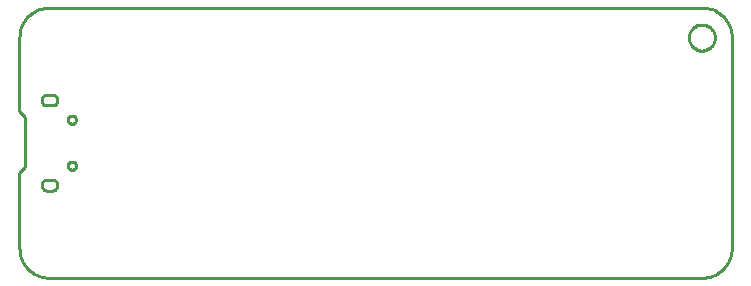
<source format=gbr>
G04 EAGLE Gerber RS-274X export*
G75*
%MOMM*%
%FSLAX34Y34*%
%LPD*%
%IN*%
%IPPOS*%
%AMOC8*
5,1,8,0,0,1.08239X$1,22.5*%
G01*
%ADD10C,0.254000*%


D10*
X0Y25400D02*
X97Y23186D01*
X386Y20989D01*
X865Y18826D01*
X1532Y16713D01*
X2380Y14666D01*
X3403Y12700D01*
X4594Y10831D01*
X5942Y9073D01*
X7440Y7440D01*
X9073Y5942D01*
X10831Y4594D01*
X12700Y3403D01*
X14666Y2380D01*
X16713Y1532D01*
X18826Y865D01*
X20989Y386D01*
X23186Y97D01*
X25400Y0D01*
X577850Y0D01*
X580064Y97D01*
X582261Y386D01*
X584424Y865D01*
X586537Y1532D01*
X588585Y2380D01*
X590550Y3403D01*
X592419Y4594D01*
X594177Y5942D01*
X595811Y7440D01*
X597308Y9073D01*
X598656Y10831D01*
X599847Y12700D01*
X600870Y14666D01*
X601718Y16713D01*
X602385Y18826D01*
X602864Y20989D01*
X603153Y23186D01*
X603250Y25400D01*
X603250Y203200D01*
X603153Y205414D01*
X602864Y207611D01*
X602385Y209774D01*
X601718Y211887D01*
X600870Y213935D01*
X599847Y215900D01*
X598656Y217769D01*
X597308Y219527D01*
X595811Y221161D01*
X594177Y222658D01*
X592419Y224006D01*
X590550Y225197D01*
X588585Y226220D01*
X586537Y227068D01*
X584424Y227735D01*
X582261Y228214D01*
X580064Y228503D01*
X577850Y228600D01*
X25400Y228600D01*
X23186Y228503D01*
X20989Y228214D01*
X18826Y227735D01*
X16713Y227068D01*
X14666Y226220D01*
X12700Y225197D01*
X10831Y224006D01*
X9073Y222658D01*
X7440Y221161D01*
X5942Y219527D01*
X4594Y217769D01*
X3403Y215900D01*
X2380Y213935D01*
X1532Y211887D01*
X865Y209774D01*
X386Y207611D01*
X97Y205414D01*
X0Y203200D01*
X0Y140970D01*
X5080Y135890D01*
X5080Y93980D01*
X0Y88900D01*
X0Y25400D01*
X18950Y78300D02*
X18922Y77949D01*
X18924Y77598D01*
X18957Y77248D01*
X19020Y76902D01*
X19113Y76563D01*
X19236Y76233D01*
X19387Y75915D01*
X19564Y75612D01*
X19768Y75325D01*
X19996Y75057D01*
X20246Y74810D01*
X20517Y74586D01*
X20806Y74386D01*
X21112Y74212D01*
X21432Y74066D01*
X21763Y73948D01*
X22103Y73859D01*
X22450Y73800D01*
X28450Y73800D01*
X28797Y73859D01*
X29137Y73948D01*
X29468Y74066D01*
X29788Y74212D01*
X30094Y74386D01*
X30383Y74586D01*
X30654Y74810D01*
X30904Y75057D01*
X31132Y75325D01*
X31336Y75612D01*
X31513Y75915D01*
X31664Y76233D01*
X31787Y76563D01*
X31880Y76902D01*
X31943Y77248D01*
X31976Y77598D01*
X31978Y77949D01*
X31950Y78300D01*
X31978Y78651D01*
X31976Y79002D01*
X31943Y79352D01*
X31880Y79698D01*
X31787Y80037D01*
X31664Y80367D01*
X31513Y80685D01*
X31336Y80988D01*
X31132Y81275D01*
X30904Y81543D01*
X30654Y81790D01*
X30383Y82014D01*
X30094Y82214D01*
X29788Y82388D01*
X29468Y82534D01*
X29137Y82652D01*
X28797Y82741D01*
X28450Y82800D01*
X22450Y82800D01*
X22103Y82741D01*
X21763Y82652D01*
X21432Y82534D01*
X21112Y82388D01*
X20806Y82214D01*
X20517Y82014D01*
X20246Y81790D01*
X19996Y81543D01*
X19768Y81275D01*
X19564Y80988D01*
X19387Y80685D01*
X19236Y80367D01*
X19113Y80037D01*
X19020Y79698D01*
X18957Y79352D01*
X18924Y79002D01*
X18922Y78651D01*
X18950Y78300D01*
X18950Y149300D02*
X18986Y148974D01*
X19050Y148653D01*
X19142Y148338D01*
X19262Y148033D01*
X19407Y147739D01*
X19577Y147459D01*
X19772Y147194D01*
X19988Y146948D01*
X20225Y146722D01*
X20481Y146517D01*
X20754Y146335D01*
X21042Y146177D01*
X21342Y146046D01*
X21652Y145941D01*
X21971Y145863D01*
X22295Y145814D01*
X22622Y145792D01*
X22950Y145800D01*
X28450Y145800D01*
X28755Y145813D01*
X29058Y145853D01*
X29356Y145919D01*
X29647Y146011D01*
X29929Y146128D01*
X30200Y146269D01*
X30458Y146433D01*
X30700Y146619D01*
X30925Y146825D01*
X31131Y147050D01*
X31317Y147292D01*
X31481Y147550D01*
X31622Y147821D01*
X31739Y148103D01*
X31831Y148394D01*
X31897Y148692D01*
X31937Y148995D01*
X31950Y149300D01*
X31950Y151300D01*
X31937Y151605D01*
X31897Y151908D01*
X31831Y152206D01*
X31739Y152497D01*
X31622Y152779D01*
X31481Y153050D01*
X31317Y153308D01*
X31131Y153550D01*
X30925Y153775D01*
X30700Y153981D01*
X30458Y154167D01*
X30200Y154331D01*
X29929Y154472D01*
X29647Y154589D01*
X29356Y154681D01*
X29058Y154747D01*
X28755Y154787D01*
X28450Y154800D01*
X22950Y154800D01*
X22622Y154808D01*
X22295Y154786D01*
X21971Y154737D01*
X21652Y154659D01*
X21342Y154554D01*
X21042Y154423D01*
X20754Y154265D01*
X20481Y154083D01*
X20225Y153878D01*
X19988Y153652D01*
X19772Y153406D01*
X19577Y153142D01*
X19407Y152861D01*
X19262Y152568D01*
X19142Y152262D01*
X19050Y151947D01*
X18986Y151626D01*
X18950Y151300D01*
X18950Y149300D01*
X588850Y202768D02*
X588782Y201906D01*
X588647Y201052D01*
X588445Y200212D01*
X588178Y199390D01*
X587847Y198591D01*
X587455Y197821D01*
X587003Y197084D01*
X586495Y196385D01*
X585934Y195727D01*
X585323Y195116D01*
X584665Y194555D01*
X583966Y194047D01*
X583229Y193595D01*
X582459Y193203D01*
X581660Y192872D01*
X580838Y192605D01*
X579998Y192403D01*
X579144Y192268D01*
X578282Y192200D01*
X577418Y192200D01*
X576556Y192268D01*
X575702Y192403D01*
X574862Y192605D01*
X574040Y192872D01*
X573241Y193203D01*
X572471Y193595D01*
X571734Y194047D01*
X571035Y194555D01*
X570377Y195116D01*
X569766Y195727D01*
X569205Y196385D01*
X568697Y197084D01*
X568245Y197821D01*
X567853Y198591D01*
X567522Y199390D01*
X567255Y200212D01*
X567053Y201052D01*
X566918Y201906D01*
X566850Y202768D01*
X566850Y203632D01*
X566918Y204494D01*
X567053Y205348D01*
X567255Y206188D01*
X567522Y207010D01*
X567853Y207809D01*
X568245Y208579D01*
X568697Y209316D01*
X569205Y210015D01*
X569766Y210673D01*
X570377Y211284D01*
X571035Y211845D01*
X571734Y212353D01*
X572471Y212805D01*
X573241Y213197D01*
X574040Y213528D01*
X574862Y213795D01*
X575702Y213997D01*
X576556Y214132D01*
X577418Y214200D01*
X578282Y214200D01*
X579144Y214132D01*
X579998Y213997D01*
X580838Y213795D01*
X581660Y213528D01*
X582459Y213197D01*
X583229Y212805D01*
X583966Y212353D01*
X584665Y211845D01*
X585323Y211284D01*
X585934Y210673D01*
X586495Y210015D01*
X587003Y209316D01*
X587455Y208579D01*
X587847Y207809D01*
X588178Y207010D01*
X588445Y206188D01*
X588647Y205348D01*
X588782Y204494D01*
X588850Y203632D01*
X588850Y202768D01*
X44221Y130300D02*
X43766Y130360D01*
X43323Y130479D01*
X42899Y130654D01*
X42501Y130884D01*
X42137Y131163D01*
X41813Y131487D01*
X41534Y131851D01*
X41304Y132249D01*
X41129Y132673D01*
X41010Y133116D01*
X40950Y133571D01*
X40950Y134029D01*
X41010Y134484D01*
X41129Y134927D01*
X41304Y135351D01*
X41534Y135749D01*
X41813Y136113D01*
X42137Y136437D01*
X42501Y136716D01*
X42899Y136946D01*
X43323Y137121D01*
X43766Y137240D01*
X44221Y137300D01*
X44679Y137300D01*
X45134Y137240D01*
X45577Y137121D01*
X46001Y136946D01*
X46399Y136716D01*
X46763Y136437D01*
X47087Y136113D01*
X47366Y135749D01*
X47596Y135351D01*
X47771Y134927D01*
X47890Y134484D01*
X47950Y134029D01*
X47950Y133571D01*
X47890Y133116D01*
X47771Y132673D01*
X47596Y132249D01*
X47366Y131851D01*
X47087Y131487D01*
X46763Y131163D01*
X46399Y130884D01*
X46001Y130654D01*
X45577Y130479D01*
X45134Y130360D01*
X44679Y130300D01*
X44221Y130300D01*
X44221Y91300D02*
X43766Y91360D01*
X43323Y91479D01*
X42899Y91654D01*
X42501Y91884D01*
X42137Y92163D01*
X41813Y92487D01*
X41534Y92851D01*
X41304Y93249D01*
X41129Y93673D01*
X41010Y94116D01*
X40950Y94571D01*
X40950Y95029D01*
X41010Y95484D01*
X41129Y95927D01*
X41304Y96351D01*
X41534Y96749D01*
X41813Y97113D01*
X42137Y97437D01*
X42501Y97716D01*
X42899Y97946D01*
X43323Y98121D01*
X43766Y98240D01*
X44221Y98300D01*
X44679Y98300D01*
X45134Y98240D01*
X45577Y98121D01*
X46001Y97946D01*
X46399Y97716D01*
X46763Y97437D01*
X47087Y97113D01*
X47366Y96749D01*
X47596Y96351D01*
X47771Y95927D01*
X47890Y95484D01*
X47950Y95029D01*
X47950Y94571D01*
X47890Y94116D01*
X47771Y93673D01*
X47596Y93249D01*
X47366Y92851D01*
X47087Y92487D01*
X46763Y92163D01*
X46399Y91884D01*
X46001Y91654D01*
X45577Y91479D01*
X45134Y91360D01*
X44679Y91300D01*
X44221Y91300D01*
M02*

</source>
